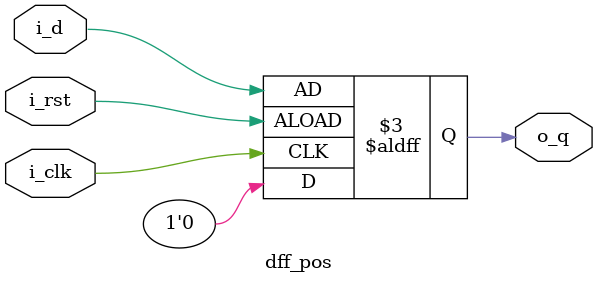
<source format=v>
module dff_neg(
	input		i_clk,
	input		i_rstn,
	input		i_d,
	output reg	o_q
);

always @(posedge i_clk or negedge i_rstn) begin
	if(!i_rstn) begin
		o_q <= 0;
	end
	else begin
		o_q <= i_d;
	end
end

endmodule


module dff_pos(
	input		i_clk,
	input		i_rst,
	input		i_d,
	output reg	o_q
);

always @(posedge i_clk or posedge i_rst) begin
	if(!i_rst) begin
		o_q <= 0;
	end
	else begin
		o_q <= i_d;
	end
end

endmodule


</source>
